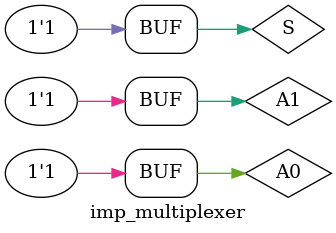
<source format=v>
module multiplexer(A0, A1, S, Y);
input A0, A1, S; 
output Y;
wire w1, w2, w3; 

not a1(w1, S);
and a2(w2, A0, w1);
and a3(w3, A1, S);
or a4(Y, w2, w3);

endmodule

module imp_multiplexer;
reg A0, A1, S; 
wire Y; 
multiplexer i(A0, A1, S, Y);
initial
begin
    A0 = 1'b0; 
    A1 = 1'b0;
    S = 1'b0; 

$monitor ("Time= %0t , S= %b , A = %b , B = %b , Y = %b", $time ,S,  A0 , A1 ,  Y);
#5 S= 1'b0 ; A0 = 1'b0 ; A1 = 1'b0; 
#5 S= 1'b0 ; A0 = 1'b0 ; A1 = 1'b1; 
#5 S = 1'b1 ; A0 = 1'b1 ; A1 = 1'b0; 
#5 S = 1'b1 ; A0 = 1'b1 ; A1 = 1'b1; 

end
endmodule
</source>
